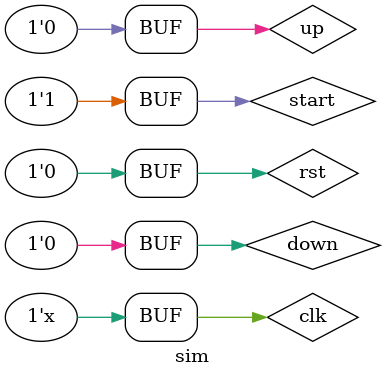
<source format=v>
`timescale 1ns / 1ps


module sim();
    reg clk;
    reg rst;
    reg start;
    reg up;
    reg left;
    reg right;
    reg down;
    
    wire vsync_r;
    wire hsync_r;
    
    
    wire [3:0] OutRed, OutGreen, OutBlue;
    
    tetris u(
        .clk(clk),
        .rst(rst),
        .start(start),
        .UP_KEY(up),
        .LEFT_KEY(left),
        .RIGHT_KEY(right),
        .DOWN_KEY(down),
        .vsync_r(vsync_r),
        .hsync_r(hsync_r),
        .OutRed(OutRed),
        .OutGreen(OutGreen),
        .OutBlue(OutBlue)
    );
    
    initial
    begin
        #0 clk = 0;
        #0 rst = 0;
        #25 rst = 1;
        #10 rst = 0;
        #3 start = 1;
        #100 up = 1;
        #25 up =0;
        #100 down = 1;
        #25 down = 0;
    end
    
    always #5 clk = ~clk;
    
endmodule
</source>
